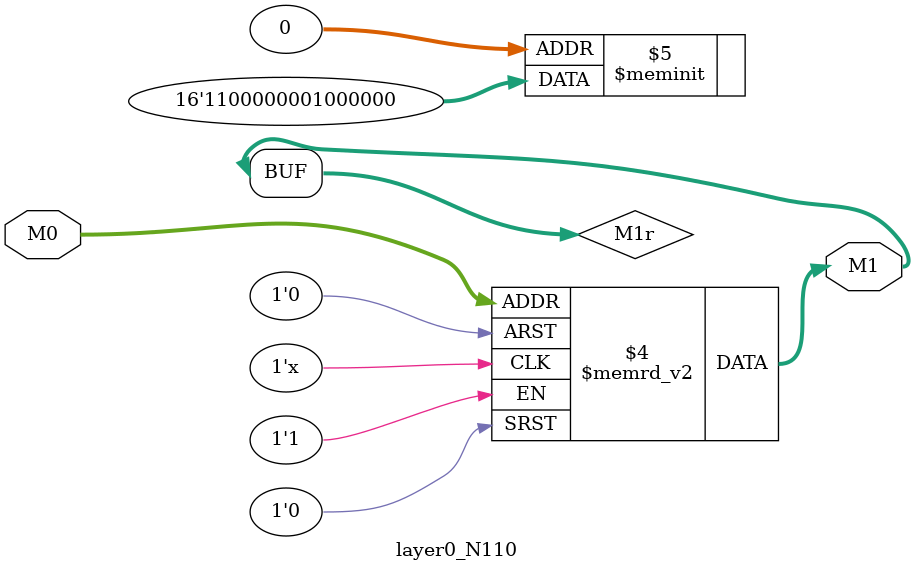
<source format=v>
module layer0_N110 ( input [2:0] M0, output [1:0] M1 );

	(*rom_style = "distributed" *) reg [1:0] M1r;
	assign M1 = M1r;
	always @ (M0) begin
		case (M0)
			3'b000: M1r = 2'b00;
			3'b100: M1r = 2'b00;
			3'b010: M1r = 2'b00;
			3'b110: M1r = 2'b00;
			3'b001: M1r = 2'b00;
			3'b101: M1r = 2'b00;
			3'b011: M1r = 2'b01;
			3'b111: M1r = 2'b11;

		endcase
	end
endmodule

</source>
